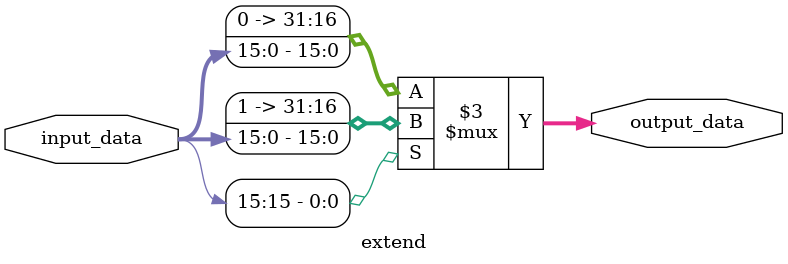
<source format=v>
module extend(
	input [15:0]input_data,
	output reg [31:0]output_data
);

	always @(*) begin
		if (input_data[15])
			output_data <= {16'hFFFF, input_data[15:0]};
		else
			output_data <= {16'h0000, input_data[15:0]};
	end

endmodule

</source>
